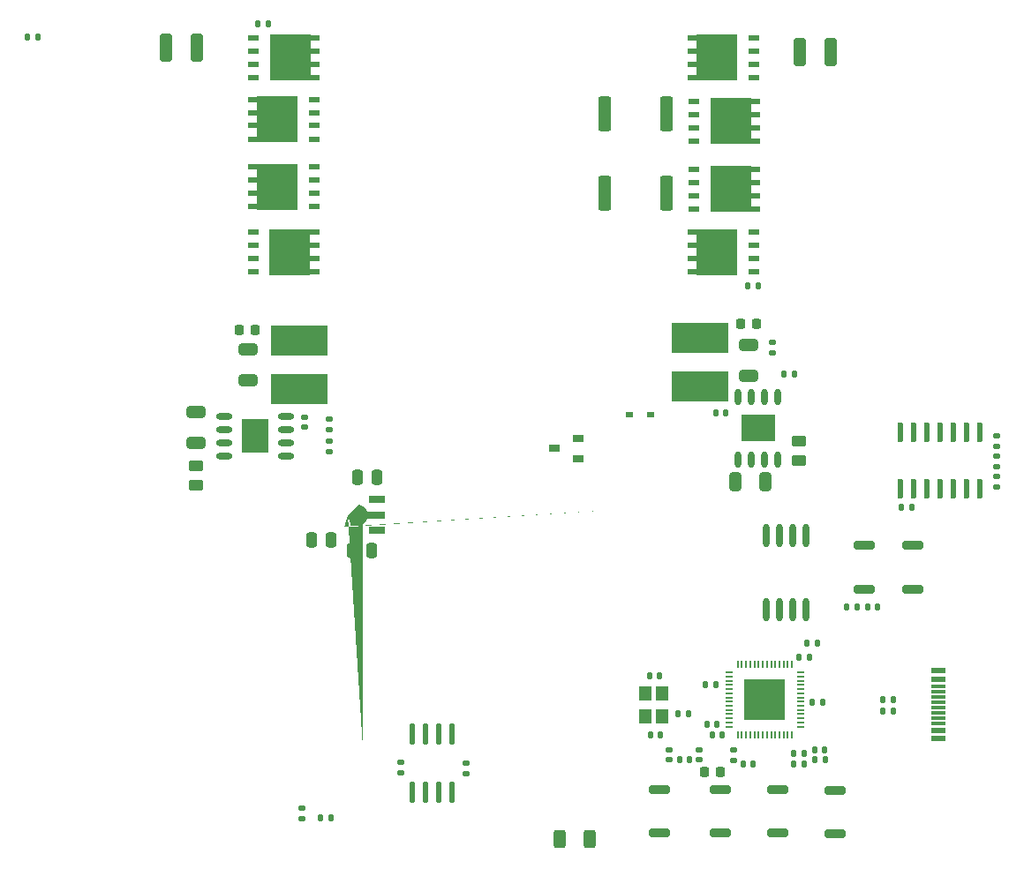
<source format=gtp>
G04 #@! TF.GenerationSoftware,KiCad,Pcbnew,8.0.6*
G04 #@! TF.CreationDate,2025-05-10T14:29:50+10:00*
G04 #@! TF.ProjectId,MPPT_V3,4d505054-5f56-4332-9e6b-696361645f70,rev?*
G04 #@! TF.SameCoordinates,Original*
G04 #@! TF.FileFunction,Paste,Top*
G04 #@! TF.FilePolarity,Positive*
%FSLAX46Y46*%
G04 Gerber Fmt 4.6, Leading zero omitted, Abs format (unit mm)*
G04 Created by KiCad (PCBNEW 8.0.6) date 2025-05-10 14:29:50*
%MOMM*%
%LPD*%
G01*
G04 APERTURE LIST*
G04 Aperture macros list*
%AMRoundRect*
0 Rectangle with rounded corners*
0 $1 Rounding radius*
0 $2 $3 $4 $5 $6 $7 $8 $9 X,Y pos of 4 corners*
0 Add a 4 corners polygon primitive as box body*
4,1,4,$2,$3,$4,$5,$6,$7,$8,$9,$2,$3,0*
0 Add four circle primitives for the rounded corners*
1,1,$1+$1,$2,$3*
1,1,$1+$1,$4,$5*
1,1,$1+$1,$6,$7*
1,1,$1+$1,$8,$9*
0 Add four rect primitives between the rounded corners*
20,1,$1+$1,$2,$3,$4,$5,0*
20,1,$1+$1,$4,$5,$6,$7,0*
20,1,$1+$1,$6,$7,$8,$9,0*
20,1,$1+$1,$8,$9,$2,$3,0*%
%AMFreePoly0*
4,1,149,1.029806,0.999029,1.079806,0.989029,1.082127,0.988507,1.120971,0.978796,1.169806,0.969029,1.172127,0.968507,1.252127,0.948507,1.262361,0.944721,1.297451,0.927176,1.332127,0.918507,1.342361,0.914721,1.422361,0.874721,1.430000,0.870000,1.466394,0.842704,1.502361,0.824721,1.515355,0.815355,1.542840,0.787870,1.580000,0.760000,1.585355,0.755355,1.705355,0.635355,
1.710000,0.630000,1.737870,0.592840,1.765355,0.565355,1.774721,0.552361,1.834721,0.432361,1.838507,0.422127,1.849039,0.380000,3.510000,0.380000,3.545355,0.365355,3.560000,0.330000,3.560000,-0.330000,3.545355,-0.365355,3.510000,-0.380000,1.849039,-0.380000,1.838507,-0.422127,1.834721,-0.432361,1.774721,-0.552361,1.765355,-0.565355,1.737870,-0.592840,1.710000,-0.630000,
1.705355,-0.635355,1.647870,-0.692840,1.620000,-0.730000,1.607735,-0.741603,1.578884,-0.760837,1.542840,-0.787870,1.515355,-0.815355,1.502361,-0.824721,1.466394,-0.842704,1.430000,-0.870000,1.422361,-0.874721,1.342361,-0.914721,1.332127,-0.918507,1.297451,-0.927176,1.262361,-0.944721,1.252127,-0.948507,1.172127,-0.968507,1.169806,-0.969029,1.120971,-0.978796,1.082127,-0.988507,
1.079806,-0.989029,1.029806,-0.999029,1.020000,-1.000000,-1.010000,-1.000000,-1.022127,-0.998507,-1.060971,-0.988796,-1.109806,-0.979029,-1.112127,-0.978507,-1.190971,-0.958796,-1.239806,-0.949029,-1.252361,-0.944721,-1.287451,-0.927176,-1.322127,-0.918507,-1.332361,-0.914721,-1.412361,-0.874721,-1.420000,-0.870000,-1.458884,-0.840837,-1.487735,-0.821603,-1.490000,-0.820000,-1.530000,-0.790000,
-1.535355,-0.785355,-1.559617,-0.761093,-1.592361,-0.744721,-1.610000,-0.730000,-1.637870,-0.692840,-1.695355,-0.635355,-1.700000,-0.630000,-1.730000,-0.590000,-1.731603,-0.587735,-1.751603,-0.557735,-1.754721,-0.552361,-1.772704,-0.516394,-1.800000,-0.480000,-1.804721,-0.472361,-1.844721,-0.392361,-1.848507,-0.382127,-1.857176,-0.347451,-1.874721,-0.312361,-1.879029,-0.299806,-1.888796,-0.250971,
-1.908507,-0.172127,-1.910000,-0.160000,-1.910000,-0.116155,-1.918507,-0.082127,-1.920000,-0.070000,-1.920000,0.070000,-1.918507,0.082127,-1.910000,0.116155,-1.910000,0.150000,-1.909029,0.159806,-1.899029,0.209806,-1.898507,0.212127,-1.878507,0.292127,-1.876424,0.298570,-1.857683,0.345421,-1.848507,0.382127,-1.844721,0.392361,-1.804721,0.472361,-1.800000,0.480000,-1.772704,0.516394,
-1.754721,0.552361,-1.751603,0.557735,-1.731603,0.587735,-1.730000,0.590000,-1.700000,0.630000,-1.695355,0.635355,-1.605355,0.725355,-1.600000,0.730000,-1.562840,0.757870,-1.535355,0.785355,-1.530000,0.790000,-1.490000,0.820000,-1.487735,0.821603,-1.458884,0.840837,-1.420000,0.870000,-1.412361,0.874721,-1.332361,0.914721,-1.322127,0.918507,-1.287451,0.927176,-1.252361,0.944721,
-1.239806,0.949029,-1.190971,0.958796,-1.112127,0.978507,-1.109806,0.979029,-1.060971,0.988796,-1.022127,0.998507,-1.010000,1.000000,1.020000,1.000000,1.029806,0.999029,1.029806,0.999029,$1*%
G04 Aperture macros list end*
%ADD10O,0.588011X2.045009*%
%ADD11RoundRect,0.135000X0.185000X-0.135000X0.185000X0.135000X-0.185000X0.135000X-0.185000X-0.135000X0*%
%ADD12RoundRect,0.135000X-0.185000X0.135000X-0.185000X-0.135000X0.185000X-0.135000X0.185000X0.135000X0*%
%ADD13R,1.000000X0.600000*%
%ADD14R,4.000000X4.410000*%
%ADD15RoundRect,0.140000X0.140000X0.170000X-0.140000X0.170000X-0.140000X-0.170000X0.140000X-0.170000X0*%
%ADD16O,0.590000X1.970000*%
%ADD17RoundRect,0.140000X-0.140000X-0.170000X0.140000X-0.170000X0.140000X0.170000X-0.140000X0.170000X0*%
%ADD18RoundRect,0.147500X0.172500X-0.147500X0.172500X0.147500X-0.172500X0.147500X-0.172500X-0.147500X0*%
%ADD19RoundRect,0.135000X-0.135000X-0.185000X0.135000X-0.185000X0.135000X0.185000X-0.135000X0.185000X0*%
%ADD20RoundRect,0.250000X0.650000X-0.325000X0.650000X0.325000X-0.650000X0.325000X-0.650000X-0.325000X0*%
%ADD21RoundRect,0.140000X0.170000X-0.140000X0.170000X0.140000X-0.170000X0.140000X-0.170000X-0.140000X0*%
%ADD22RoundRect,0.250000X0.450000X-0.262500X0.450000X0.262500X-0.450000X0.262500X-0.450000X-0.262500X0*%
%ADD23R,5.500000X3.000000*%
%ADD24R,1.000000X0.800000*%
%ADD25R,0.200000X0.660000*%
%ADD26R,0.660000X0.200000*%
%ADD27R,4.000000X4.000000*%
%ADD28RoundRect,0.135000X0.135000X0.185000X-0.135000X0.185000X-0.135000X-0.185000X0.135000X-0.185000X0*%
%ADD29RoundRect,0.225000X0.225000X0.250000X-0.225000X0.250000X-0.225000X-0.250000X0.225000X-0.250000X0*%
%ADD30RoundRect,0.250000X0.250000X0.475000X-0.250000X0.475000X-0.250000X-0.475000X0.250000X-0.475000X0*%
%ADD31R,1.200000X1.400000*%
%ADD32RoundRect,0.200000X0.800000X-0.200000X0.800000X0.200000X-0.800000X0.200000X-0.800000X-0.200000X0*%
%ADD33RoundRect,0.225000X-0.225000X-0.250000X0.225000X-0.250000X0.225000X0.250000X-0.225000X0.250000X0*%
%ADD34RoundRect,0.250000X0.325000X0.650000X-0.325000X0.650000X-0.325000X-0.650000X0.325000X-0.650000X0*%
%ADD35R,1.580000X0.670000*%
%ADD36FreePoly0,0.000000*%
%ADD37RoundRect,0.250000X-0.325000X-1.100000X0.325000X-1.100000X0.325000X1.100000X-0.325000X1.100000X0*%
%ADD38RoundRect,0.200000X-0.800000X0.200000X-0.800000X-0.200000X0.800000X-0.200000X0.800000X0.200000X0*%
%ADD39O,1.600000X0.600000*%
%ADD40R,2.500000X3.200000*%
%ADD41R,0.780000X0.500000*%
%ADD42RoundRect,0.250000X-0.362500X-1.425000X0.362500X-1.425000X0.362500X1.425000X-0.362500X1.425000X0*%
%ADD43RoundRect,0.250000X0.312500X0.625000X-0.312500X0.625000X-0.312500X-0.625000X0.312500X-0.625000X0*%
%ADD44RoundRect,0.250000X0.325000X1.100000X-0.325000X1.100000X-0.325000X-1.100000X0.325000X-1.100000X0*%
%ADD45R,1.450000X0.600000*%
%ADD46R,1.450000X0.300000*%
%ADD47RoundRect,0.250000X-0.250000X-0.475000X0.250000X-0.475000X0.250000X0.475000X-0.250000X0.475000X0*%
%ADD48O,0.600000X1.600000*%
%ADD49R,3.200000X2.500000*%
%ADD50O,0.630000X2.250000*%
%ADD51RoundRect,0.147500X-0.147500X-0.172500X0.147500X-0.172500X0.147500X0.172500X-0.147500X0.172500X0*%
%ADD52RoundRect,0.250000X-0.450000X0.262500X-0.450000X-0.262500X0.450000X-0.262500X0.450000X0.262500X0*%
G04 APERTURE END LIST*
D10*
X124968379Y-138917663D03*
X123698376Y-138917663D03*
X122428374Y-138917663D03*
X121158371Y-138917663D03*
X124968379Y-144462495D03*
X123698376Y-144462495D03*
X122428374Y-144462495D03*
X121158371Y-144462495D03*
D11*
X120100000Y-142610000D03*
X120100000Y-141590000D03*
D12*
X126300000Y-141690000D03*
X126300000Y-142710000D03*
D13*
X153900000Y-94560000D03*
X153900000Y-93280000D03*
X153900000Y-92020000D03*
X153900000Y-90750000D03*
X148060000Y-90750000D03*
X148060000Y-92020000D03*
X148060000Y-93280000D03*
X148060000Y-94560000D03*
D14*
X150370000Y-92650000D03*
D15*
X158730000Y-140800000D03*
X157770000Y-140800000D03*
D16*
X167950000Y-115400000D03*
X169220000Y-115400000D03*
X170490000Y-115400000D03*
X171760000Y-115400000D03*
X173030000Y-115400000D03*
X174300000Y-115400000D03*
X175570000Y-115400000D03*
X175570000Y-109940000D03*
X174300000Y-109940000D03*
X173030000Y-109940000D03*
X171760000Y-109940000D03*
X170490000Y-109940000D03*
X169220000Y-109940000D03*
X167950000Y-109940000D03*
D17*
X159550000Y-135900000D03*
X160510000Y-135900000D03*
D18*
X152000000Y-141435000D03*
X152000000Y-140465000D03*
D19*
X84240000Y-72050000D03*
X85260000Y-72050000D03*
D13*
X111730000Y-81810000D03*
X111730000Y-80530000D03*
X111730000Y-79270000D03*
X111730000Y-78000000D03*
X105890000Y-78000000D03*
X105890000Y-79270000D03*
X105890000Y-80530000D03*
X105890000Y-81810000D03*
D14*
X108200000Y-79900000D03*
D15*
X144960000Y-139000000D03*
X144000000Y-139000000D03*
D20*
X105400000Y-104975000D03*
X105400000Y-102025000D03*
D21*
X145800000Y-141380000D03*
X145800000Y-140420000D03*
D12*
X177230000Y-114150000D03*
X177230000Y-115169998D03*
D22*
X158250000Y-112625000D03*
X158250000Y-110800000D03*
D13*
X111730000Y-88310000D03*
X111730000Y-87030000D03*
X111730000Y-85770000D03*
X111730000Y-84500000D03*
X105890000Y-84500000D03*
X105890000Y-85770000D03*
X105890000Y-87030000D03*
X105890000Y-88310000D03*
D14*
X108200000Y-86400000D03*
D15*
X160750000Y-140400000D03*
X159790000Y-140400000D03*
X150380000Y-138000000D03*
X149420000Y-138000000D03*
D23*
X110300000Y-105830000D03*
X110300000Y-101170000D03*
D24*
X137100000Y-112450026D03*
X137100000Y-110550000D03*
X134799974Y-111499962D03*
D25*
X152390000Y-139010000D03*
X152790000Y-139010000D03*
X153190000Y-139010000D03*
X153590000Y-139010000D03*
X153990000Y-139010000D03*
X154390000Y-139010000D03*
X154790000Y-139010000D03*
X155190000Y-139010000D03*
X155590000Y-139010000D03*
X155990000Y-139010000D03*
X156390000Y-139010000D03*
X156790000Y-139010000D03*
X157190000Y-139010000D03*
X157590000Y-139010000D03*
D26*
X158400000Y-138200000D03*
X158400000Y-137800000D03*
X158400000Y-137400000D03*
X158400000Y-137000000D03*
X158400000Y-136600000D03*
X158400000Y-136200000D03*
X158400000Y-135800000D03*
X158400000Y-135400000D03*
X158400000Y-135000000D03*
X158400000Y-134600000D03*
X158400000Y-134200000D03*
X158400000Y-133800000D03*
X158400000Y-133400000D03*
X158400000Y-133000000D03*
D25*
X157590000Y-132190000D03*
X157190000Y-132190000D03*
X156790000Y-132190000D03*
X156390000Y-132190000D03*
X155990000Y-132190000D03*
X155590000Y-132190000D03*
X155190000Y-132190000D03*
X154790000Y-132190000D03*
X154390000Y-132190000D03*
X153990000Y-132190000D03*
X153590000Y-132190000D03*
X153190000Y-132190000D03*
X152790000Y-132190000D03*
X152390000Y-132190000D03*
D26*
X151580000Y-133000000D03*
X151580000Y-133400000D03*
X151580000Y-133800000D03*
X151580000Y-134200000D03*
X151580000Y-134600000D03*
X151580000Y-135000000D03*
X151580000Y-135400000D03*
X151580000Y-135800000D03*
X151580000Y-136200000D03*
X151580000Y-136600000D03*
X151580000Y-137000000D03*
X151580000Y-137400000D03*
X151580000Y-137800000D03*
X151580000Y-138200000D03*
D27*
X154990000Y-135600000D03*
D20*
X153400000Y-104525000D03*
X153400000Y-101575000D03*
D28*
X158770000Y-141750000D03*
X157750000Y-141750000D03*
D29*
X150750000Y-142550000D03*
X149200000Y-142550000D03*
D30*
X113380000Y-120280000D03*
X111480000Y-120280000D03*
D12*
X155700000Y-101300000D03*
X155700000Y-102320000D03*
D31*
X145150000Y-137250000D03*
X145150000Y-135050000D03*
X143550000Y-135050000D03*
X143550000Y-137250000D03*
D32*
X161700000Y-148500000D03*
X161700000Y-144300000D03*
D33*
X104550000Y-100100000D03*
X106100000Y-100100000D03*
D34*
X155075000Y-114700000D03*
X152125000Y-114700000D03*
D20*
X100400000Y-110975000D03*
X100400000Y-108025000D03*
D13*
X148170000Y-84690000D03*
X148170000Y-85970000D03*
X148170000Y-87230000D03*
X148170000Y-88500000D03*
X154010000Y-88500000D03*
X154010000Y-87230000D03*
X154010000Y-85970000D03*
X154010000Y-84690000D03*
D14*
X151700000Y-86600000D03*
D35*
X117750000Y-119380000D03*
D36*
X115030000Y-117880000D03*
D35*
X117750000Y-116380000D03*
D29*
X154175000Y-99550000D03*
X152625000Y-99550000D03*
D37*
X158350000Y-73500000D03*
X161300000Y-73500000D03*
D17*
X143940000Y-133350000D03*
X144900000Y-133350000D03*
D32*
X150700000Y-148400000D03*
X150700000Y-144200000D03*
D12*
X113200000Y-108690000D03*
X113200000Y-109710000D03*
D38*
X169200000Y-120800000D03*
X169200000Y-125000000D03*
D12*
X177190000Y-112220000D03*
X177190000Y-113239998D03*
D17*
X152900000Y-141750000D03*
X153860000Y-141750000D03*
D39*
X103100000Y-108400000D03*
X103100000Y-109670000D03*
X103100000Y-110940000D03*
X103100000Y-112210000D03*
X109100000Y-112210000D03*
X109100000Y-110940000D03*
X109100000Y-109670000D03*
X109100000Y-108400000D03*
D40*
X106100000Y-110300000D03*
D28*
X169109999Y-117190000D03*
X168090001Y-117190000D03*
D17*
X159040000Y-130200000D03*
X160000000Y-130200000D03*
D32*
X144900000Y-148400000D03*
X144900000Y-144200000D03*
D28*
X160810000Y-141400000D03*
X159790000Y-141400000D03*
D41*
X141960000Y-108300000D03*
X144040000Y-108300000D03*
D21*
X148700000Y-141380000D03*
X148700000Y-140420000D03*
D15*
X151260000Y-108100000D03*
X150300000Y-108100000D03*
D42*
X139600000Y-79400000D03*
X145525000Y-79400000D03*
D11*
X110550000Y-147070000D03*
X110550000Y-146050000D03*
D19*
X162790000Y-126700000D03*
X163810000Y-126700000D03*
X153380000Y-95900000D03*
X154400000Y-95900000D03*
D43*
X138212500Y-149000000D03*
X135287500Y-149000000D03*
D44*
X100500000Y-73050000D03*
X97550000Y-73050000D03*
D28*
X107360000Y-70750000D03*
X106340000Y-70750000D03*
D45*
X171670022Y-139353263D03*
X171670022Y-138553263D03*
D46*
X171670022Y-137353263D03*
X171670022Y-136353263D03*
X171670022Y-135853263D03*
X171670022Y-134853263D03*
D45*
X171670022Y-133653263D03*
X171670022Y-132853263D03*
X171670022Y-132853263D03*
X171670022Y-133653263D03*
D46*
X171670022Y-134353263D03*
X171670022Y-135353263D03*
X171670022Y-136853263D03*
X171670022Y-137853263D03*
D45*
X171670022Y-138553263D03*
X171670022Y-139353263D03*
D30*
X117780000Y-114280000D03*
X115880000Y-114280000D03*
D13*
X148170000Y-78190000D03*
X148170000Y-79470000D03*
X148170000Y-80730000D03*
X148170000Y-82000000D03*
X154010000Y-82000000D03*
X154010000Y-80730000D03*
X154010000Y-79470000D03*
X154010000Y-78190000D03*
D14*
X151700000Y-80100000D03*
D13*
X153930000Y-75910000D03*
X153930000Y-74630000D03*
X153930000Y-73370000D03*
X153930000Y-72100000D03*
X148090000Y-72100000D03*
X148090000Y-73370000D03*
X148090000Y-74630000D03*
X148090000Y-75910000D03*
D14*
X150400000Y-74000000D03*
D28*
X167310000Y-135610000D03*
X166290000Y-135610000D03*
D47*
X115380000Y-121280000D03*
X117280000Y-121280000D03*
D48*
X152450000Y-112550000D03*
X153720000Y-112550000D03*
X154990000Y-112550000D03*
X156260000Y-112550000D03*
X156260000Y-106550000D03*
X154990000Y-106550000D03*
X153720000Y-106550000D03*
X152450000Y-106550000D03*
D49*
X154350000Y-109550000D03*
D13*
X105970000Y-72090000D03*
X105970000Y-73370000D03*
X105970000Y-74630000D03*
X105970000Y-75900000D03*
X111810000Y-75900000D03*
X111810000Y-74630000D03*
X111810000Y-73370000D03*
X111810000Y-72090000D03*
D14*
X109500000Y-74000000D03*
D28*
X113360000Y-146950000D03*
X112340000Y-146950000D03*
D17*
X164820000Y-126700000D03*
X165780000Y-126700000D03*
X158270000Y-131500000D03*
X159230000Y-131500000D03*
D50*
X158910000Y-119870000D03*
X157630000Y-119870000D03*
X156370000Y-119870000D03*
X155100000Y-119870000D03*
X155100000Y-126930000D03*
X156370000Y-126930000D03*
X157630000Y-126930000D03*
X158910000Y-126930000D03*
D21*
X110800000Y-109460000D03*
X110800000Y-108500000D03*
D15*
X150880000Y-139000000D03*
X149920000Y-139000000D03*
D38*
X164500000Y-120800000D03*
X164500000Y-125000000D03*
D42*
X139637500Y-87000000D03*
X145562500Y-87000000D03*
D23*
X148800000Y-105580000D03*
X148800000Y-100920000D03*
D32*
X156200000Y-148400000D03*
X156200000Y-144200000D03*
D12*
X113200000Y-110790000D03*
X113200000Y-111810000D03*
D13*
X105910000Y-90750000D03*
X105910000Y-92030000D03*
X105910000Y-93290000D03*
X105910000Y-94560000D03*
X111750000Y-94560000D03*
X111750000Y-93290000D03*
X111750000Y-92030000D03*
X111750000Y-90750000D03*
D14*
X109440000Y-92660000D03*
D15*
X150280000Y-134200000D03*
X149320000Y-134200000D03*
D28*
X167320000Y-136700000D03*
X166300000Y-136700000D03*
D12*
X177210000Y-110300002D03*
X177210000Y-111320000D03*
D51*
X146815000Y-141400000D03*
X147785000Y-141400000D03*
D19*
X156790000Y-104400000D03*
X157810000Y-104400000D03*
D28*
X147650000Y-137000000D03*
X146630000Y-137000000D03*
D52*
X100400000Y-113187500D03*
X100400000Y-115012500D03*
M02*

</source>
